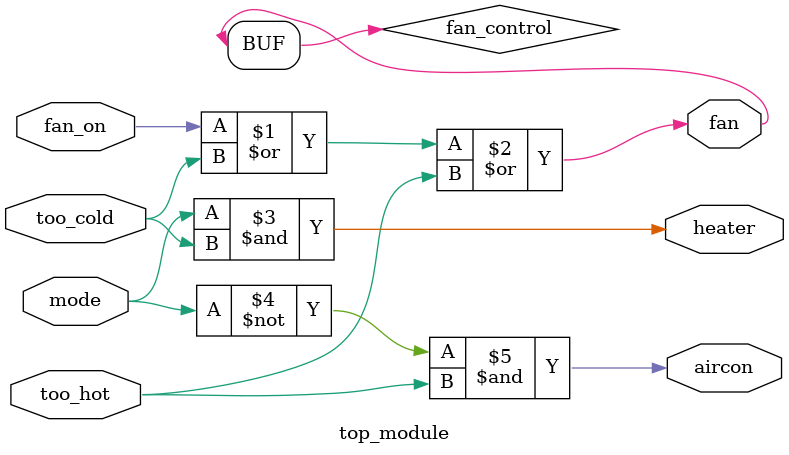
<source format=sv>
module top_module(
    input mode,
    input too_cold,
    input too_hot,
    input fan_on,
    output heater,
    output aircon,
    output fan
);

    wire fan_control;
    
    assign fan_control = fan_on | too_cold | too_hot;
    
    assign fan = fan_control;
    
    // Turn on heater if mode is high and too_cold is high
    assign heater = mode & too_cold;
    
    // Turn on aircon if mode is low and too_hot is high
    assign aircon = ~mode & too_hot;
    
endmodule

</source>
